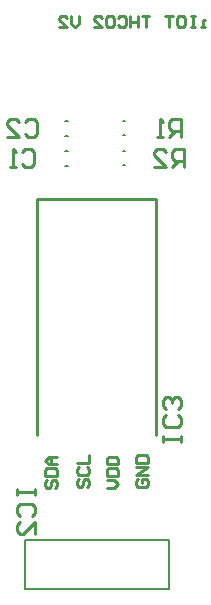
<source format=gbo>
G04*
G04 #@! TF.GenerationSoftware,Altium Limited,CircuitMaker,2.2.1 (2.2.1.6)*
G04*
G04 Layer_Color=13813960*
%FSLAX25Y25*%
%MOIN*%
G70*
G04*
G04 #@! TF.SameCoordinates,C44E2A56-7628-4A00-ACF1-40A52C7EA1B0*
G04*
G04*
G04 #@! TF.FilePolarity,Positive*
G04*
G01*
G75*
%ADD11C,0.01000*%
%ADD26C,0.00787*%
%ADD27C,0.00591*%
D11*
X419685Y255000D02*
Y333740D01*
X380315D02*
X419685D01*
X380315Y255000D02*
Y333740D01*
X436008Y390764D02*
X434696D01*
X435352D01*
Y393388D01*
X436008D01*
X432728Y394700D02*
X431416D01*
X432072D01*
Y390764D01*
X432728D01*
X431416D01*
X427480Y394700D02*
X428792D01*
X429448Y394044D01*
Y391420D01*
X428792Y390764D01*
X427480D01*
X426825Y391420D01*
Y394044D01*
X427480Y394700D01*
X425513D02*
X422889D01*
X424201D01*
Y390764D01*
X417641Y394700D02*
X415017D01*
X416329D01*
Y390764D01*
X413705Y394700D02*
Y390764D01*
Y392732D01*
X411082D01*
Y394700D01*
Y390764D01*
X407146Y394044D02*
X407802Y394700D01*
X409114D01*
X409770Y394044D01*
Y391420D01*
X409114Y390764D01*
X407802D01*
X407146Y391420D01*
X403866Y394700D02*
X405178D01*
X405834Y394044D01*
Y391420D01*
X405178Y390764D01*
X403866D01*
X403210Y391420D01*
Y394044D01*
X403866Y394700D01*
X399274Y390764D02*
X401898D01*
X399274Y393388D01*
Y394044D01*
X399930Y394700D01*
X401242D01*
X401898Y394044D01*
X394027Y394700D02*
Y392076D01*
X392715Y390764D01*
X391403Y392076D01*
Y394700D01*
X387467Y390764D02*
X390091D01*
X387467Y393388D01*
Y394044D01*
X388123Y394700D01*
X389435D01*
X390091Y394044D01*
X383516Y239844D02*
X382859Y239188D01*
Y237876D01*
X383516Y237221D01*
X384172D01*
X384827Y237876D01*
Y239188D01*
X385483Y239844D01*
X386139D01*
X386795Y239188D01*
Y237876D01*
X386139Y237221D01*
X382859Y241156D02*
X386795D01*
Y243124D01*
X386139Y243780D01*
X383516D01*
X382859Y243124D01*
Y241156D01*
X386795Y245092D02*
X384172D01*
X382859Y246404D01*
X384172Y247716D01*
X386795D01*
X384827D01*
Y245092D01*
X394145Y240238D02*
X393489Y239582D01*
Y238270D01*
X394145Y237614D01*
X394801D01*
X395457Y238270D01*
Y239582D01*
X396113Y240238D01*
X396769D01*
X397425Y239582D01*
Y238270D01*
X396769Y237614D01*
X394145Y244174D02*
X393489Y243518D01*
Y242206D01*
X394145Y241550D01*
X396769D01*
X397425Y242206D01*
Y243518D01*
X396769Y244174D01*
X393489Y245486D02*
X397425D01*
Y248110D01*
X403332Y237221D02*
X405956D01*
X407268Y238532D01*
X405956Y239844D01*
X403332D01*
Y241156D02*
X407268D01*
Y243124D01*
X406612Y243780D01*
X403988D01*
X403332Y243124D01*
Y241156D01*
Y245092D02*
X407268D01*
Y247060D01*
X406612Y247716D01*
X403988D01*
X403332Y247060D01*
Y245092D01*
X413831Y240238D02*
X413174Y239582D01*
Y238270D01*
X413831Y237614D01*
X416454D01*
X417110Y238270D01*
Y239582D01*
X416454Y240238D01*
X415142D01*
Y238926D01*
X417110Y241550D02*
X413174D01*
X417110Y244174D01*
X413174D01*
Y245486D02*
X417110D01*
Y247453D01*
X416454Y248110D01*
X413831D01*
X413174Y247453D01*
Y245486D01*
X427999Y252502D02*
Y254502D01*
Y253502D01*
X422001D01*
Y252502D01*
Y254502D01*
X426999Y261500D02*
X427999Y260500D01*
Y258501D01*
X426999Y257501D01*
X423001D01*
X422001Y258501D01*
Y260500D01*
X423001Y261500D01*
X426999Y263499D02*
X427999Y264498D01*
Y266498D01*
X426999Y267498D01*
X426000D01*
X425000Y266498D01*
Y265498D01*
Y266498D01*
X424000Y267498D01*
X423001D01*
X422001Y266498D01*
Y264498D01*
X423001Y263499D01*
X429211Y344206D02*
Y350204D01*
X426212D01*
X425212Y349204D01*
Y347205D01*
X426212Y346205D01*
X429211D01*
X427212D02*
X425212Y344206D01*
X419214D02*
X423213D01*
X419214Y348204D01*
Y349204D01*
X420214Y350204D01*
X422213D01*
X423213Y349204D01*
X428211Y354206D02*
Y360204D01*
X425212D01*
X424213Y359204D01*
Y357205D01*
X425212Y356205D01*
X428211D01*
X426212D02*
X424213Y354206D01*
X422213D02*
X420214D01*
X421214D01*
Y360204D01*
X422213Y359204D01*
X373379Y237025D02*
Y235026D01*
Y236026D01*
X379377D01*
Y237025D01*
Y235026D01*
X374379Y228028D02*
X373379Y229028D01*
Y231027D01*
X374379Y232027D01*
X378377D01*
X379377Y231027D01*
Y229028D01*
X378377Y228028D01*
X379377Y222030D02*
Y226029D01*
X375378Y222030D01*
X374379D01*
X373379Y223030D01*
Y225029D01*
X374379Y226029D01*
X376000Y359204D02*
X376999Y360204D01*
X378999D01*
X379998Y359204D01*
Y355205D01*
X378999Y354206D01*
X376999D01*
X376000Y355205D01*
X370002Y354206D02*
X374000D01*
X370002Y358204D01*
Y359204D01*
X371001Y360204D01*
X373001D01*
X374000Y359204D01*
X375000Y349204D02*
X376000Y350204D01*
X377999D01*
X378999Y349204D01*
Y345205D01*
X377999Y344206D01*
X376000D01*
X375000Y345205D01*
X373001Y344206D02*
X371001D01*
X372001D01*
Y350204D01*
X373001Y349204D01*
D26*
X424000Y203445D02*
Y219945D01*
X376000Y203445D02*
X424000D01*
X376000D02*
Y219945D01*
X424000D01*
X408819Y344941D02*
X409606D01*
X408819Y349468D02*
X409606D01*
X408819Y354941D02*
X409606D01*
X408819Y359469D02*
X409606D01*
D27*
X389500Y359705D02*
X390500D01*
X389500Y354705D02*
X390500D01*
X389500Y349705D02*
X390500D01*
X389500Y344705D02*
X390500D01*
M02*

</source>
